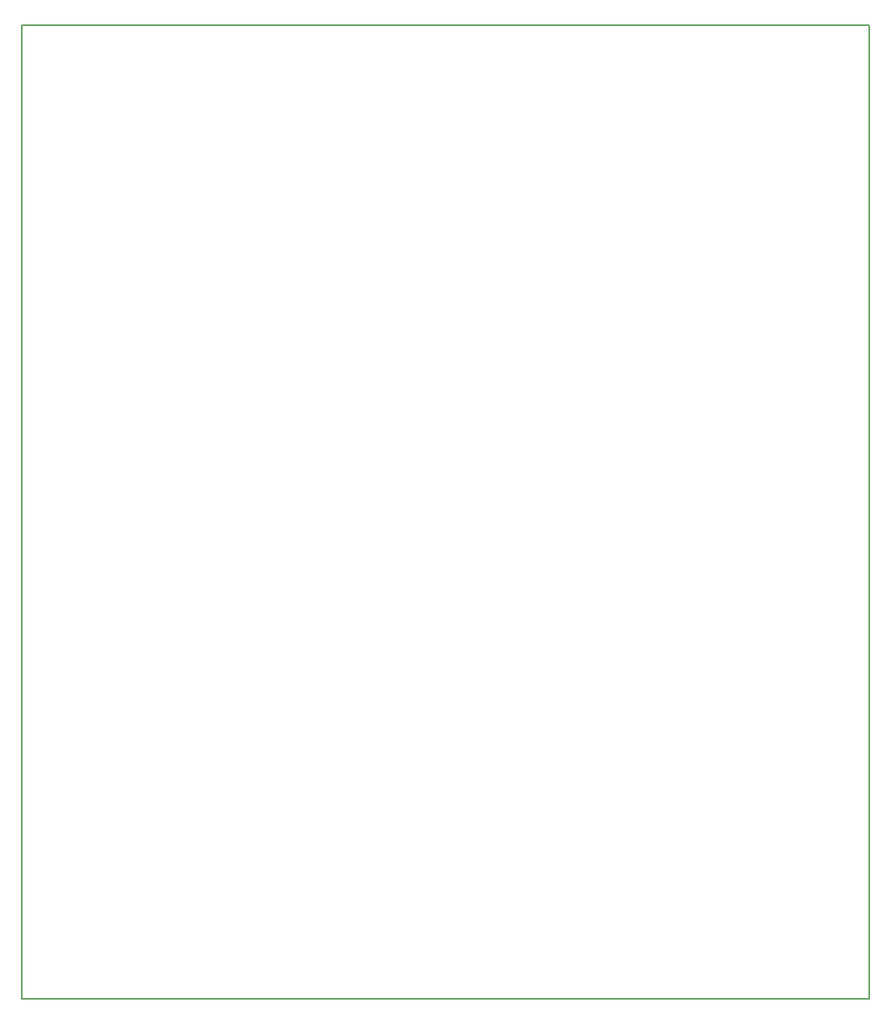
<source format=gm1>
G04 MADE WITH FRITZING*
G04 WWW.FRITZING.ORG*
G04 DOUBLE SIDED*
G04 HOLES PLATED*
G04 CONTOUR ON CENTER OF CONTOUR VECTOR*
%ASAXBY*%
%FSLAX23Y23*%
%MOIN*%
%OFA0B0*%
%SFA1.0B1.0*%
%ADD10R,4.279930X4.913750*%
%ADD11C,0.008000*%
%ADD10C,0.008*%
%LNCONTOUR*%
G90*
G70*
G54D10*
G54D11*
X4Y4910D02*
X4276Y4910D01*
X4276Y4D01*
X4Y4D01*
X4Y4910D01*
D02*
G04 End of contour*
M02*
</source>
